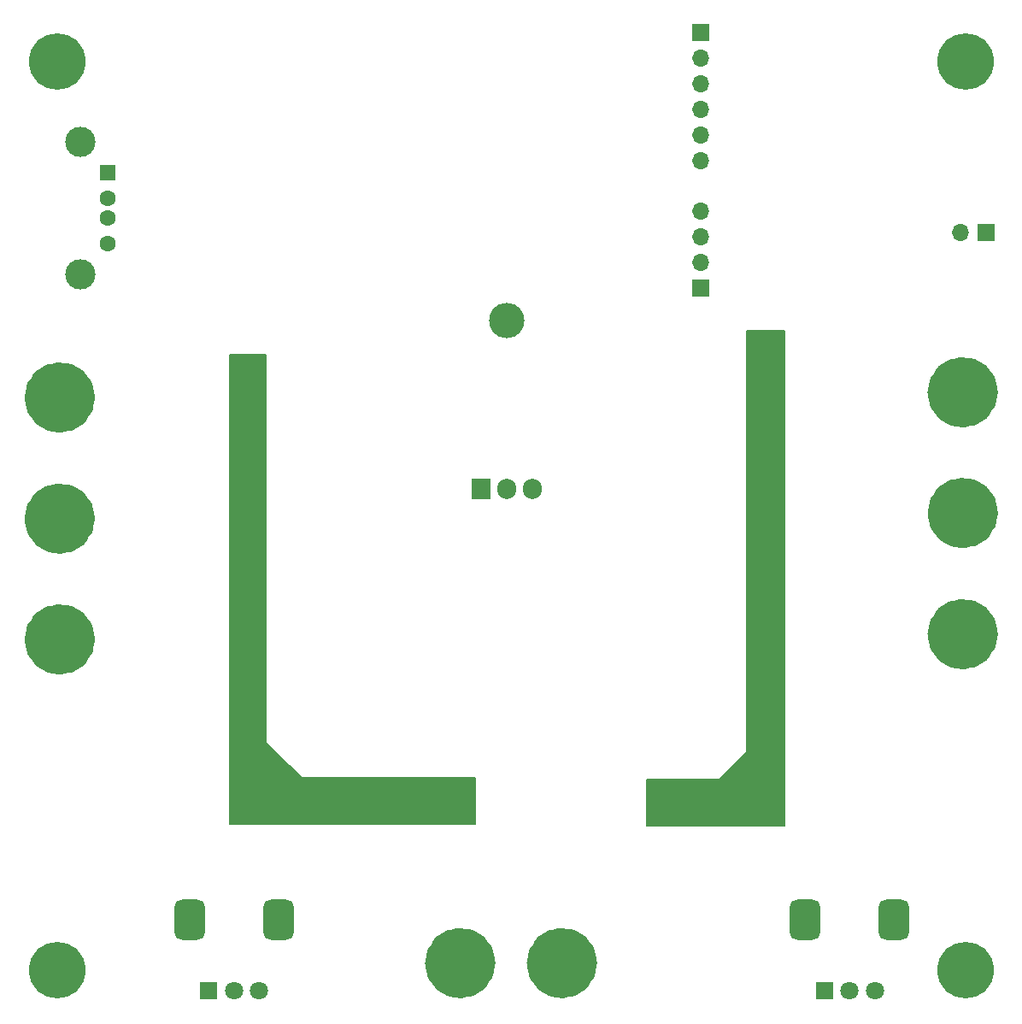
<source format=gbr>
%TF.GenerationSoftware,KiCad,Pcbnew,7.0.1*%
%TF.CreationDate,2023-07-30T21:13:22+03:00*%
%TF.ProjectId,ESP32_dual_ESC,45535033-325f-4647-9561-6c5f4553432e,rev?*%
%TF.SameCoordinates,Original*%
%TF.FileFunction,Soldermask,Bot*%
%TF.FilePolarity,Negative*%
%FSLAX46Y46*%
G04 Gerber Fmt 4.6, Leading zero omitted, Abs format (unit mm)*
G04 Created by KiCad (PCBNEW 7.0.1) date 2023-07-30 21:13:22*
%MOMM*%
%LPD*%
G01*
G04 APERTURE LIST*
G04 Aperture macros list*
%AMRoundRect*
0 Rectangle with rounded corners*
0 $1 Rounding radius*
0 $2 $3 $4 $5 $6 $7 $8 $9 X,Y pos of 4 corners*
0 Add a 4 corners polygon primitive as box body*
4,1,4,$2,$3,$4,$5,$6,$7,$8,$9,$2,$3,0*
0 Add four circle primitives for the rounded corners*
1,1,$1+$1,$2,$3*
1,1,$1+$1,$4,$5*
1,1,$1+$1,$6,$7*
1,1,$1+$1,$8,$9*
0 Add four rect primitives between the rounded corners*
20,1,$1+$1,$2,$3,$4,$5,0*
20,1,$1+$1,$4,$5,$6,$7,0*
20,1,$1+$1,$6,$7,$8,$9,0*
20,1,$1+$1,$8,$9,$2,$3,0*%
G04 Aperture macros list end*
%ADD10C,0.150000*%
%ADD11C,3.500500*%
%ADD12R,1.700000X1.700000*%
%ADD13O,1.700000X1.700000*%
%ADD14R,1.905000X2.000000*%
%ADD15O,1.905000X2.000000*%
%ADD16C,2.900000*%
%ADD17C,5.000000*%
%ADD18C,3.600000*%
%ADD19C,5.600000*%
%ADD20R,1.800000X1.800000*%
%ADD21C,1.800000*%
%ADD22RoundRect,0.750000X0.750000X-1.250000X0.750000X1.250000X-0.750000X1.250000X-0.750000X-1.250000X0*%
%ADD23O,3.500000X3.500000*%
%ADD24R,1.500000X1.600000*%
%ADD25C,1.600000*%
%ADD26C,3.000000*%
G04 APERTURE END LIST*
D10*
X123900000Y-123440000D02*
X123900000Y-126640000D01*
X120410000Y-126640000D01*
X120235000Y-126465000D01*
X123580000Y-123120000D01*
X123900000Y-123440000D01*
G36*
X123900000Y-123440000D02*
G01*
X123900000Y-126640000D01*
X120410000Y-126640000D01*
X120235000Y-126465000D01*
X123580000Y-123120000D01*
X123900000Y-123440000D01*
G37*
D11*
X106740250Y-144280000D02*
G75*
G03*
X106740250Y-144280000I-1750250J0D01*
G01*
X56978871Y-100255000D02*
G75*
G03*
X56978871Y-100255000I-1750250J0D01*
G01*
D10*
X113425000Y-126110000D02*
X127045000Y-126110000D01*
X127045000Y-130710000D01*
X113425000Y-130710000D01*
X113425000Y-126110000D01*
G36*
X113425000Y-126110000D02*
G01*
X127045000Y-126110000D01*
X127045000Y-130710000D01*
X113425000Y-130710000D01*
X113425000Y-126110000D01*
G37*
D11*
X146460250Y-99700000D02*
G75*
G03*
X146460250Y-99700000I-1750250J0D01*
G01*
D10*
X123344560Y-81615438D02*
X127050000Y-81615438D01*
X127050000Y-130710000D01*
X123344560Y-130710000D01*
X123344560Y-81615438D01*
G36*
X123344560Y-81615438D02*
G01*
X127050000Y-81615438D01*
X127050000Y-130710000D01*
X123344560Y-130710000D01*
X123344560Y-81615438D01*
G37*
X72090000Y-84040000D02*
X75685439Y-84040000D01*
X75685439Y-130324561D01*
X72090000Y-130324561D01*
X72090000Y-84040000D01*
G36*
X72090000Y-84040000D02*
G01*
X75685439Y-84040000D01*
X75685439Y-130324561D01*
X72090000Y-130324561D01*
X72090000Y-84040000D01*
G37*
D11*
X146450250Y-87740000D02*
G75*
G03*
X146450250Y-87740000I-1750250J0D01*
G01*
X146450250Y-111700000D02*
G75*
G03*
X146450250Y-111700000I-1750250J0D01*
G01*
X56988871Y-112215000D02*
G75*
G03*
X56988871Y-112215000I-1750250J0D01*
G01*
D10*
X72090000Y-125910000D02*
X96420000Y-125910000D01*
X96420000Y-130510000D01*
X72090000Y-130510000D01*
X72090000Y-125910000D01*
G36*
X72090000Y-125910000D02*
G01*
X96420000Y-125910000D01*
X96420000Y-130510000D01*
X72090000Y-130510000D01*
X72090000Y-125910000D01*
G37*
D11*
X96660250Y-144280000D02*
G75*
G03*
X96660250Y-144280000I-1750250J0D01*
G01*
X56988871Y-88255000D02*
G75*
G03*
X56988871Y-88255000I-1750250J0D01*
G01*
D10*
X79620000Y-126360000D02*
X79530000Y-126450000D01*
X75530000Y-126450000D01*
X75510000Y-126430000D01*
X75510000Y-122250000D01*
X79620000Y-126360000D01*
G36*
X79620000Y-126360000D02*
G01*
X79530000Y-126450000D01*
X75530000Y-126450000D01*
X75510000Y-126430000D01*
X75510000Y-122250000D01*
X79620000Y-126360000D01*
G37*
D12*
%TO.C,J7*%
X118720000Y-52100000D03*
D13*
X118720000Y-54640000D03*
X118720000Y-57180000D03*
X118720000Y-59720000D03*
X118720000Y-62260000D03*
X118720000Y-64800000D03*
%TD*%
D14*
%TO.C,U8*%
X96980000Y-97280000D03*
D15*
X99520000Y-97280000D03*
X102060000Y-97280000D03*
%TD*%
D16*
%TO.C,J11*%
X144688621Y-87755000D03*
D17*
X144688621Y-87755000D03*
%TD*%
D18*
%TO.C,H3*%
X145000000Y-145000000D03*
D19*
X145000000Y-145000000D03*
%TD*%
D12*
%TO.C,J4*%
X147010000Y-71910000D03*
D13*
X144470000Y-71910000D03*
%TD*%
D12*
%TO.C,J10*%
X118760000Y-77420000D03*
D13*
X118760000Y-74880000D03*
X118760000Y-72340000D03*
X118760000Y-69800000D03*
%TD*%
D20*
%TO.C,RV2*%
X131000000Y-147000000D03*
D21*
X133500000Y-147000000D03*
X136000000Y-147000000D03*
D22*
X129100000Y-140000000D03*
X137900000Y-140000000D03*
%TD*%
D18*
%TO.C,H2*%
X145000000Y-55000000D03*
D19*
X145000000Y-55000000D03*
%TD*%
D23*
%TO.C,*%
X99530000Y-80620000D03*
%TD*%
D24*
%TO.C,J5*%
X60000000Y-66000000D03*
D25*
X60000000Y-68500000D03*
X60000000Y-70500000D03*
X60000000Y-73000000D03*
D26*
X57290000Y-62930000D03*
X57290000Y-76070000D03*
%TD*%
D20*
%TO.C,RV1*%
X70000000Y-147000000D03*
D21*
X72500000Y-147000000D03*
X75000000Y-147000000D03*
D22*
X68100000Y-140000000D03*
X76900000Y-140000000D03*
%TD*%
D18*
%TO.C,H1*%
X55000000Y-55000000D03*
D19*
X55000000Y-55000000D03*
%TD*%
D16*
%TO.C,J1*%
X55258621Y-112205000D03*
D17*
X55258621Y-112205000D03*
%TD*%
D16*
%TO.C,J2*%
X55258621Y-100205000D03*
D17*
X55258621Y-100205000D03*
%TD*%
D16*
%TO.C,J12*%
X144640000Y-99700000D03*
D17*
X144640000Y-99700000D03*
%TD*%
D16*
%TO.C,J13*%
X144670000Y-111690000D03*
D17*
X144670000Y-111690000D03*
%TD*%
D18*
%TO.C,H4*%
X55000000Y-145000000D03*
D19*
X55000000Y-145000000D03*
%TD*%
D16*
%TO.C,J15*%
X104960000Y-144360000D03*
D17*
X104960000Y-144360000D03*
%TD*%
D16*
%TO.C,J3*%
X55258621Y-88205000D03*
D17*
X55258621Y-88205000D03*
%TD*%
D16*
%TO.C,J14*%
X94960000Y-144360000D03*
D17*
X94960000Y-144360000D03*
%TD*%
M02*

</source>
